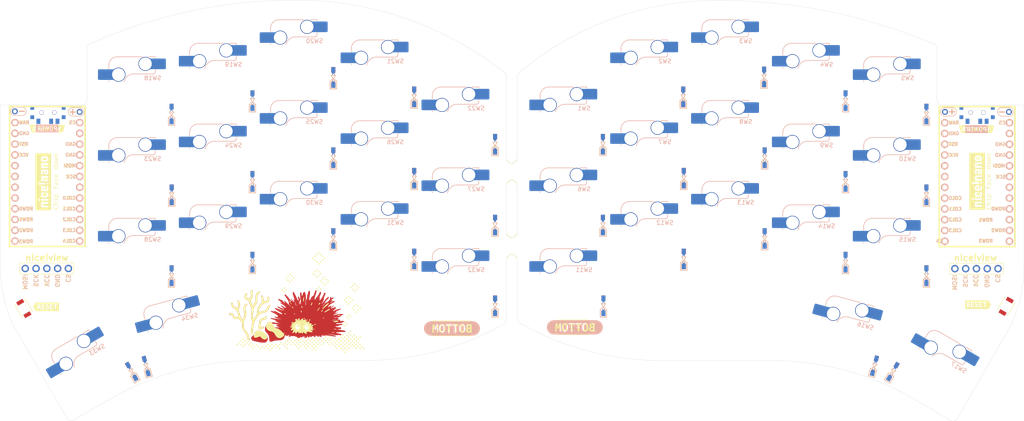
<source format=kicad_pcb>
(kicad_pcb (version 20211014) (generator pcbnew)
  (title_block (title "Urchin on Steroids") (rev "v.1.0"))
  (layers (0 "F.Cu" signal) (31 "B.Cu" signal) (34 "B.Paste" user) (35 "F.Paste" user) (36 "B.SilkS" user "B.Silkscreen") (37 "F.SilkS" user "F.Silkscreen") (38 "B.Mask" user) (39 "F.Mask" user) (44 "Edge.Cuts" user))
  (net 0 "")
  (net 1 "ROW0")
  (net 2 "Net-(D1-Pad2)")
  (net 3 "Net-(D2-Pad2)")
  (net 4 "Net-(D3-Pad2)")
  (net 5 "Net-(D4-Pad2)")
  (net 6 "Net-(D5-Pad2)")
  (net 7 "ROW1")
  (net 8 "Net-(D6-Pad2)")
  (net 9 "Net-(D7-Pad2)")
  (net 10 "Net-(D8-Pad2)")
  (net 11 "Net-(D9-Pad2)")
  (net 12 "Net-(D10-Pad2)")
  (net 13 "ROW2")
  (net 14 "Net-(D11-Pad2)")
  (net 15 "Net-(D12-Pad2)")
  (net 16 "Net-(D13-Pad2)")
  (net 17 "Net-(D14-Pad2)")
  (net 18 "Net-(D15-Pad2)")
  (net 19 "ROW3")
  (net 20 "Net-(D16-Pad2)")
  (net 21 "Net-(D17-Pad2)")
  (net 22 "Net-(D18-Pad2)")
  (net 23 "Net-(D19-Pad2)")
  (net 24 "Net-(D20-Pad2)")
  (net 25 "Net-(D21-Pad2)")
  (net 26 "Net-(D22-Pad2)")
  (net 27 "Net-(D23-Pad2)")
  (net 28 "Net-(D24-Pad2)")
  (net 29 "Net-(D25-Pad2)")
  (net 30 "Net-(D26-Pad2)")
  (net 31 "Net-(D27-Pad2)")
  (net 32 "Net-(D28-Pad2)")
  (net 33 "Net-(D29-Pad2)")
  (net 34 "Net-(D30-Pad2)")
  (net 35 "Net-(D31-Pad2)")
  (net 36 "Net-(D32-Pad2)")
  (net 37 "Net-(D33-Pad2)")
  (net 38 "Net-(D34-Pad2)")
  (net 39 "COL0")
  (net 40 "COL1")
  (net 41 "COL2")
  (net 42 "COL3")
  (net 43 "COL4")
  (net 44 "NVCS")
  (net 46 "GND")
  (net 47 "MOSI")
  (net 48 "SCK")
  (net 53 "+3V3")
  (net 54 "BT+")
  (net 61 "R_MOSI")
  (net 62 "R_SCK")
  (net 63 "R_3V3")
  (net 64 "R_GND")
  (net 65 "R_NVCS")
  (net 66 "R_ROW0")
  (net 67 "R_ROW1")
  (net 68 "R_ROW2")
  (net 69 "R_ROW3")
  (net 70 "R_COL0")
  (net 71 "R_COL1")
  (net 72 "R_COL2")
  (net 73 "R_COL3")
  (net 74 "R_COL4")
  (net 76 "R_BT+")
  (net 78 "RAW")
  (net 80 "R_RAW")
  (net 81 "RESET")
  (net 82 "R_RESET")
  (footprint "* duckyb-collection:SMD_Diode_Tiny" (layer "F.Cu") (at 86.487 69.469 90)
    (fp_text reference "D19" hide)
    (fp_text value "diode" hide)
  )
  (footprint "* duckyb-collection:SMD_Diode_Tiny" (layer "F.Cu") (at 124.587 68.58 90)
    (fp_text reference "D21" hide)
    (fp_text value "diode" hide)
  )
  (footprint "* duckyb-collection:1pin_Battery" (layer "F.Cu") (at 30.5355 72.009)
    (fp_text reference "BatGND1" hide)
    (fp_text value "MountingHole_Pad" hide)
  )
  (footprint "* duckyb-collection:1pin_Battery" (layer "F.Cu") (at 249.6105 72.136)
    (fp_text reference "Bat+0" hide)
    (fp_text value "MountingHole_Pad" hide)
  )
  (footprint "* duckyb-collection:SMD_Diode_Tiny" (layer "F.Cu") (at 124.587 87.757 90)
    (fp_text reference "D26" hide)
    (fp_text value "diode" hide)
  )
  (footprint "LOGO" (layer "F.Cu") (at 96.917169 116.929113)
    (fp_text reference "1-G***" hide)
    (fp_text value "LOGO" hide)
  )
  (footprint "* duckyb-collection:SMD_Diode_Tiny" (layer "F.Cu") (at 58.039 133.35 120)
    (fp_text reference "D33" hide)
    (fp_text value "diode" hide)
  )
  (footprint "* duckyb-collection:SMD_Diode_Tiny" (layer "F.Cu") (at 245.237 91.694 90)
    (fp_text reference "D10" hide)
    (fp_text value "diode" hide)
  )
  (footprint "* duckyb-collection:SMD_Diode_Tiny" (layer "F.Cu") (at 86.487 88.519 90)
    (fp_text reference "D24" hide)
    (fp_text value "diode" hide)
  )
  (footprint "* duckyb-collection:SMD_Diode_Tiny" (layer "F.Cu") (at 67.46875 91.694 90)
    (fp_text reference "D23" hide)
    (fp_text value "diode" hide)
  )
  (footprint "* duckyb-collection:SMD_Diode_Tiny" (layer "F.Cu") (at 67.437 72.644 90)
    (fp_text reference "D18" hide)
    (fp_text value "diode" hide)
  )
  (footprint "* duckyb-collection:nice_view" (layer "F.Cu") (at 257.02817 92.622678)
    (fp_text reference "Display1")
    (fp_text value "nice!view" hide)
  )
  (footprint "* duckyb-collection:SW_RESET" (layer "F.Cu") (at 264.033 117.983 60)
    (fp_text reference "RSW0" hide)
    (fp_text value "SW_Push")
  )
  (footprint "* duckyb-collection:SMD_Diode_Tiny" (layer "F.Cu") (at 169.037 79.756 90)
    (fp_text reference "D1" hide)
    (fp_text value "diode" hide)
  )
  (footprint "* duckyb-collection:SMD_Diode_Tiny" (layer "F.Cu") (at 245.237 72.644 90)
    (fp_text reference "D5" hide)
    (fp_text value "diode" hide)
  )
  (footprint "kibuzzard-63658823" (layer "F.Cu") (at 133.35 123.19)
    (fp_text reference "11-kibuzzard-63658823" hide)
    (fp_text value "G***" hide)
  )
  (footprint "kibuzzard-636588C8" (layer "F.Cu") (at 259.969 88.608113 90)
    (fp_text reference "kibuzzard-636588C8" hide)
    (fp_text value "G***" hide)
  )
  (footprint "* duckyb-collection:SMD_Diode_Tiny" (layer "F.Cu") (at 245.237 110.744 90)
    (fp_text reference "D15" hide)
    (fp_text value "diode" hide)
  )
  (footprint "* duckyb-collection:SMD_Diode_Tiny" (layer "F.Cu") (at 226.187 88.519 90)
    (fp_text reference "D9" hide)
    (fp_text value "diode" hide)
  )
  (footprint "* duckyb-collection:SMD_Diode_Tiny" (layer "F.Cu") (at 105.537 82.931 90)
    (fp_text reference "D25" hide)
    (fp_text value "diode" hide)
  )
  (footprint "* duckyb-collection:SMD_Diode_Tiny" (layer "F.Cu") (at 143.637 79.756 90)
    (fp_text reference "D22" hide)
    (fp_text value "diode" hide)
  )
  (footprint "kibuzzard-63658830" (layer "F.Cu") (at 162.052 122.936)
    (fp_text reference "kibuzzard-63658830" hide)
    (fp_text value "G***" hide)
  )
  (footprint "* duckyb-collection:SMD_Diode_Tiny" (layer "F.Cu") (at 226.187 69.469 90)
    (fp_text reference "D4" hide)
    (fp_text value "diode" hide)
  )
  (footprint "kibuzzard-6365884B" (layer "F.Cu") (at 257.175 88.481113 90)
    (fp_text reference "kibuzzard-6365884B" hide)
    (fp_text value "G***" hide)
  )
  (footprint "* duckyb-collection:SMD_Diode_Tiny" (layer "F.Cu") (at 143.637 98.806 90)
    (fp_text reference "D27" hide)
    (fp_text value "diode" hide)
  )
  (footprint "* duckyb-collection:SMD_Diode_Tiny" (layer "F.Cu") (at 143.637 117.856 90)
    (fp_text reference "D32" hide)
    (fp_text value "diode" hide)
  )
  (footprint "* duckyb-collection:SMD_Diode_Tiny" (layer "F.Cu") (at 237.334329 133.378672 60)
    (fp_text reference "D17" hide)
    (fp_text value "diode" hide)
  )
  (footprint "* duckyb-collection:SMD_Diode_Tiny" (layer "F.Cu") (at 169.164 117.856 90)
    (fp_text reference "D11" hide)
    (fp_text value "diode" hide)
  )
  (footprint "kibuzzard-63659477" (layer "F.Cu") (at 257.429 117.602)
    (fp_text reference "kibuzzard-63659477" hide)
    (fp_text value "G***" hide)
  )
  (footprint "* duckyb-collection:SMD_Diode_Tiny" (layer "F.Cu") (at 86.487 107.569 90)
    (fp_text reference "D29" hide)
    (fp_text value "diode" hide)
  )
  (footprint "* duckyb-collection:SMD_Diode_Tiny" (layer "F.Cu") (at 187.96 68.58 90)
    (fp_text reference "D2" hide)
    (fp_text value "diode" hide)
  )
  (footprint "* duckyb-collection:SMD_Diode_Tiny" (layer "F.Cu") (at 207.137 82.931 90)
    (fp_text reference "D8" hide)
    (fp_text value "diode" hide)
  )
  (footprint "* duckyb-collection:SMD_Diode_Tiny" (layer "F.Cu") (at 232.996903 132.001098 75)
    (fp_text reference "D16" hide)
    (fp_text value "diode" hide)
  )
  (footprint "kibuzzard-636588C8" (layer "F.Cu") (at 40.275169 88.608113 90)
    (fp_text reference "4-kibuzzard-636588C8" hide)
    (fp_text value "G***" hide)
  )
  (footprint "* duckyb-collection:SMD_Diode_Tiny" (layer "F.Cu") (at 61.468 132.08 105)
    (fp_text reference "D34" hide)
    (fp_text value "diode" hide)
  )
  (footprint "kibuzzard-63658865" (layer "F.Cu") (at 37.227169 88.608113 90)
    (fp_text reference "3-kibuzzard-63658865" hide)
    (fp_text value "G***" hide)
  )
  (footprint "* duckyb-collection:SMD_Diode_Tiny" (layer "F.Cu") (at 105.537 64.008 90)
    (fp_text reference "D20" hide)
    (fp_text value "diode" hide)
  )
  (footprint "* duckyb-collection:SMD_Diode_Tiny" (layer "F.Cu") (at 207.01 63.881 90)
    (fp_text reference "D3" hide)
    (fp_text value "diode" hide)
  )
  (footprint "* duckyb-collection:SMD_Diode_Tiny" (layer "F.Cu") (at 226.187 107.569 90)
    (fp_text reference "D14" hide)
    (fp_text value "diode" hide)
  )
  (footprint "* duckyb-collection:SMD_Diode_Tiny" (layer "F.Cu") (at 105.537 101.981 90)
    (fp_text reference "D30" hide)
    (fp_text value "diode" hide)
  )
  (footprint "* duckyb-collection:SMD_Diode_Tiny" (layer "F.Cu") (at 207.137 101.981 90)
    (fp_text reference "D13" hide)
    (fp_text value "diode" hide)
  )
  (footprint "* duckyb-collection:SMD_Diode_Tiny" (layer "F.Cu") (at 188.087 106.807 90)
    (fp_text reference "D12" hide)
    (fp_text value "diode" hide)
  )
  (footprint "* duckyb-collection:SMD_Diode_Tiny" (layer "F.Cu") (at 67.437 110.744 90)
    (fp_text reference "D28" hide)
    (fp_text value "diode" hide)
  )
  (footprint "* duckyb-collection:SMD_Diode_Tiny" (layer "F.Cu") (at 188.087 87.757 90)
    (fp_text reference "D7" hide)
    (fp_text value "diode" hide)
  )
  (footprint "* duckyb-collection:SMD_Diode_Tiny" (layer "F.Cu") (at 124.587 106.807 90)
    (fp_text reference "D31" hide)
    (fp_text value "diode" hide)
  )
  (footprint "kibuzzard-63659296" (layer "F.Cu") (at 257.048 76.2)
    (fp_text reference "kibuzzard-63659296" hide)
    (fp_text value "G***" hide)
  )
  (footprint "* duckyb-collection:nice_view" (layer "F.Cu") (at 38.059665 92.579863)
    (fp_text reference "Display2")
    (fp_text value "nice!view" hide)
  )
  (footprint "kibuzzard-63659465" (layer "F.Cu") (at 37.846 118.11)
    (fp_text reference "13-kibuzzard-63659465" hide)
    (fp_text value "G***" hide)
  )
  (footprint "* duckyb-collection:1pin_Battery" (layer "F.Cu") (at 45.7915 72.136 180)
    (fp_text reference "Bat+1" hide)
    (fp_text value "MountingHole_Pad" hide)
  )
  (footprint "LOGO" (layer "F.Cu") (at 96.917169 116.929113)
    (fp_text reference "logo-3-G***" hide)
    (fp_text value "LOGO" hide)
  )
  (footprint "kibuzzard-636592CC" (layer "F.Cu") (at 38.183391 76.073)
    (fp_text reference "1-kibuzzard-636592CC" hide)
    (fp_text value "G***" hide)
  )
  (footprint "* duckyb-collection:SMD_Diode_Tiny" (layer "F.Cu") (at 169.037 98.806 90)
    (fp_text reference "D6" hide)
    (fp_text value "diode" hide)
  )
  (footprint "Duckyb-Parts:mouse-bite-5mm-slot-with-space-for-track" (layer "F.Cu") (at 147.574 103.759)
    (fp_text reference "1-mouse-bite-2mm-slot" hide)
    (fp_text value "VAL**" hide)
  )
  (footprint "Duckyb-Parts:mouse-bite-5mm-slot-with-space-for-track" (layer "F.Cu") (at 147.574 86.233)
    (fp_text reference "1-mouse-bite-2mm-slot" hide)
    (fp_text value "VAL**" hide)
  )
  (footprint "* duckyb-collection:1pin_Battery" (layer "F.Cu") (at 264.668 72.136 180)
    (fp_text reference "BatGND0" hide)
    (fp_text value "MountingHole_Pad" hide)
  )
  (footprint "* duckyb-collection:SW_RESET" (layer "F.Cu") (at 32.639 118.491 120)
    (fp_text reference "RSW1" hide)
    (fp_text value "SW_Push")
  )
  (footprint "LOGO" (layer "F.Cu") (at 96.926051 116.922732)
    (fp_text reference "3-G***" hide)
    (fp_text value "LOGO" hide)
  )
  (footprint "marbastlib-mx:SW_MX_HS_1u" (layer "B.Cu") (at 160.3375 92.075 180)
    (fp_text reference "SW6")
    (fp_text value "Kailh-Choc" hide)
  )
  (footprint "marbastlib-mx:SW_MX_HS_1u" (layer "B.Cu") (at 77.7875 62.70625 180)
    (fp_text reference "SW19")
    (fp_text value "Kailh-Choc" hide)
  )
  (footprint "marbastlib-mx:SW_MX_HS_1u" (layer "B.Cu") (at 179.3875 100.0125 180)
    (fp_text reference "SW12")
    (fp_text value "Kailh-Choc" hide)
  )
  (footprint "marbastlib-mx:SW_MX_HS_1u" (layer "B.Cu") (at 134.9375 92.071863 180)
    (fp_text reference "SW27")
    (fp_text value "Kailh-Choc" hide)
  )
  (footprint "marbastlib-mx:SW_MX_HS_1u" (layer "B.Cu") (at 96.8375 76.2 180)
    (fp_text reference "SW25")
    (fp_text value "Kailh-Choc" hide)
  )
  (footprint "* duckyb-collection:SPDT_C128955" (layer "B.Cu") (at 38.319369 72.275913 180)
    (fp_text reference "SW_POWER1" hide)
    (fp_text value "SW_SPDT")
  )
  (footprint "kibuzzard-6361375E" (layer "B.Cu") (at 162.433 122.936 180)
    (fp_text reference "kibuzzard-6361375E" hide)
    (fp_text value "G***" hide)
  )
  (footprint "marbastlib-mx:SW_MX_HS_1u" (layer "B.Cu") (at 115.8875 80.9625 180)
    (fp_text reference "SW26")
    (fp_text value "Kailh-Choc" hide)
  )
  (footprint "marbastlib-mx:SW_MX_HS_1u" (layer "B.Cu") (at 236.5375 84.93125 180)
    (fp_text reference "SW10")
    (fp_text value "Kailh-Choc" hide)
  )
  (footprint "marbastlib-mx:SW_MX_HS_1u" (layer "B.Cu") (at 217.487497 100.80625 180)
    (fp_text reference "SW14")
    (fp_text value "Kailh-Choc" hide)
  )
  (footprint "marbastlib-mx:SW_MX_HS_1u" (layer "B.Cu") (at 134.9375 73.025 180)
    (fp_text reference "SW22")
    (fp_text value "Kailh-Choc" hide)
  )
  (footprint "marbastlib-mx:SW_MX_HS_1u" (layer "B.Cu") (at 115.8875 100.0125 180)
    (fp_text reference "SW31")
    (fp_text value "Kailh-Choc" hide)
  )
  (footprint "marbastlib-mx:SW_MX_HS_1u" (layer "B.Cu") (at 134.9375 111.125 180)
    (fp_text reference "SW32")
    (fp_text value "Kailh-Choc" hide)
  )
  (footprint "kibuzzard-6365951E" (layer "B.Cu") (at 257.048 76.2 180)
    (fp_text reference "kibuzzard-6365951E" hide)
    (fp_text value "G***" hide)
  )
  (footprint "marbastlib-mx:SW_MX_HS_1u" (layer "B.Cu") (at 96.8375 57.15 180)
    (fp_text reference "SW20")
    (fp_text value "Kailh-Choc" hide)
  )
  (footprint "marbastlib-mx:SW_MX_HS_1u" (layer "B.Cu") (at 58.7375 84.93125 180)
    (fp_text reference "SW23")
    (fp_text value "Kailh-Choc" hide)
  )
  (footprint "marbastlib-mx:SW_MX_HS_1u" (layer "B.Cu") (at 179.3875 80.9625 180)
    (fp_text reference "SW7")
    (fp_text value "Kailh-Choc" hide)
  )
  (footprint "marbastlib-mx:SW_MX_HS_1u" (layer "B.Cu") (at 248.303 131.826 150)
    (fp_text reference "SW17")
    (fp_text value "Kailh-Choc" hide)
  )
  (footprint "marbastlib-mx:SW_MX_HS_1u" (layer "B.Cu") (at 68.072 123.317 -165)
    (fp_text reference "SW34")
    (fp_text value "Kailh-Choc" hide)
  )
  (footprint "marbastlib-mx:SW_MX_HS_1u" (layer "B.Cu") (at 198.4375 76.2 180)
    (fp_text reference "SW8")
    (fp_text value "Kailh-Choc" hide)
  )
  (footprint "marbastlib-mx:SW_MX_HS_1u" (layer "B.Cu") (at 58.7375 65.88125 180)
    (fp_text reference "SW18")
    (fp_text value "Kailh-Choc" hide)
  )
  (footprint "marbastlib-mx:SW_MX_HS_1u" (layer "B.Cu") (at 198.4375 95.25 180)
    (fp_text reference "SW13")
    (fp_text value "Kailh-Choc" hide)
  )
  (footprint "marbastlib-mx:SW_MX_HS_1u" (layer "B.Cu") (at 236.5375 103.98125 180)
    (fp_text reference "SW15")
    (fp_text value "Kailh-Choc" hide)
  )
  (footprint "kibuzzard-6361375E" (layer "B.Cu") (at 133.477 123.19 180)
    (fp_text reference "12-kibuzzard-6361375E" hide)
    (fp_text value "G***" hide)
  )
  (footprint "* duckyb-collection:nice_nano" (layer "B.Cu") (at 38.183391 88.623499 -90)
    (fp_text reference "U2" hide)
    (fp_text value "nice_nano" hide)
  )
  (footprint "kibuzzard-6365950B" (layer "B.Cu") (at 38.116169 76.035113 180)
    (fp_text reference "2-kibuzzard-6365950B" hide)
    (fp_text value "G***" hide)
  )
  (footprint "marbastlib-mx:SW_MX_HS_1u" (layer "B.Cu") (at 77.7875 100.80625 180)
    (fp_text reference "SW29")
    (fp_text value "Kailh-Choc" hide)
  )
  (footprint "marbastlib-mx:SW_MX_HS_1u" (layer "B.Cu") (at 217.487497 81.75625 180)
    (fp_text reference "SW9")
    (fp_text value "Kailh-Choc" hide)
  )
  (footprint "marbastlib-mx:SW_MX_HS_1u" (layer "B.Cu") (at 236.5375 65.88125 180)
    (fp_text reference "SW5")
    (fp_text value "Kailh-Choc" hide)
  )
  (footprint "marbastlib-mx:SW_MX_HS_1u" (layer "B.Cu") (at 160.3375 111.125 180)
    (fp_text reference "SW11")
    (fp_text value "Kailh-Choc" hide)
  )
  (footprint "marbastlib-mx:SW_MX_HS_1u" (layer "B.Cu") (at 115.8875 61.9125 180)
    (fp_text reference "SW21")
    (fp_text value "Kailh-Choc" hide)
  )
  (footprint "marbastlib-mx:SW_MX_HS_1u" (layer "B.Cu") (at 47.117 131.826 -150)
    (fp_text reference "SW33")
    (fp_text value "Kailh-Choc" hide)
  )
  (footprint "marbastlib-mx:SW_MX_HS_1u" (layer "B.Cu") (at 77.7875 81.75625 180)
    (fp_text reference "SW24")
    (fp_text value "Kailh-Choc" hide)
  )
  (footprint "marbastlib-mx:SW_MX_HS_1u" (layer "B.Cu") (at 217.4875 62.70625 180)
    (fp_text reference "SW4")
    (fp_text value "Kailh-Choc" hide)
  )
  (footprint "marbastlib-mx:SW_MX_HS_1u" (layer "B.Cu") (at 179.3875 61.9125 180)
    (fp_text reference "SW2")
    (fp_text value "Kailh-Choc" hide)
  )
  (footprint "marbastlib-mx:SW_MX_HS_1u" (layer "B.Cu") (at 96.8375 95.25 180)
    (fp_text reference "SW30")
    (fp_text value "Kailh-Choc" hide)
  )
  (footprint "* duckyb-collection:SPDT_C128955" (layer "B.Cu") (at 257.175 72.275913 180)
    (fp_text reference "SW_POWER0" hide)
    (fp_text value "SW_SPDT")
  )
  (footprint "marbastlib-mx:SW_MX_HS_1u" (layer "B.Cu") (at 226.314 123.19 165)
    (fp_text reference "SW16")
    (fp_text value "Kailh-Choc" hide)
  )
  (footprint "marbastlib-mx:SW_MX_HS_1u" (layer "B.Cu") (at 198.4375 57.15 180)
    (fp_text reference "SW3")
    (fp_text value "Kailh-Choc" hide)
  )
  (footprint "marbastlib-mx:SW_MX_HS_1u" (layer "B.Cu") (at 58.7375 103.98125 180)
    (fp_text reference "SW28")
    (fp_text value "Kailh-Choc" hide)
  )
  (footprint "* duckyb-collection:nice_nano" (layer "B.Cu") (at 257.175 88.655345 -90)
    (fp_text reference "U1" hide)
    (fp_text value "nice_nano" hide)
  )
  (footprint "marbastlib-mx:SW_MX_HS_1u" (layer "B.Cu") (at 160.3375 73.025 180)
    (fp_text reference "SW1")
    (fp_text value "Kailh-Choc" hide)
  )
  (gr_arc (start 48.01359 56.201738) (mid 70.663302 48.63172) (end 94.377169 45.809113) (layer "Edge.Cuts") (width 0.05))
  (gr_line (start 148.844 83.693) (end 148.463 83.693) (layer "Edge.Cuts") (width 0.05))
  (gr_line (start 148.844 88.773) (end 148.844 101.219) (layer "Edge.Cuts") (width 0.05))
  (gr_line (start 249.047 70.542191) (end 267.589 70.485) (layer "Edge.Cuts") (width 0.05))
  (gr_line (start 146.304 83.680513) (end 146.685 83.680513) (layer "Edge.Cuts") (width 0.05))
  (gr_line (start 148.860169 106.299) (end 148.463 106.299) (layer "Edge.Cuts") (width 0.05))
  (gr_line (start 148.860169 106.299) (end 148.860169 120.866113) (layer "Edge.Cuts") (width 0.05))
  (gr_line (start 146.304 63.881) (end 146.304 83.680513) (layer "Edge.Cuts") (width 0.05))
  (gr_arc (start 146.320169 120.866113) (mid 146.131261 121.669384) (end 145.558169 122.263113) (layer "Edge.Cuts") (width 0.05))
  (gr_arc (start 145.558169 122.263113) (mid 129.751355 128.625656) (end 112.847803 130.772113) (layer "Edge.Cuts") (width 0.05))
  (gr_arc (start 249.047 70.542191) (mid 248.101986 70.229033) (end 247.65 69.342) (layer "Edge.Cuts") (width 0.05))
  (gr_arc (start 148.463 101.219) (mid 147.574 101.808697) (end 146.685 101.219) (layer "Edge.Cuts") (width 0.05))
  (gr_line (start 146.304 101.219) (end 146.685 101.219) (layer "Edge.Cuts") (width 0.05))
  (gr_arc (start 209.059148 130.772113) (mid 226.154025 133.098935) (end 242.09375 139.7) (layer "Edge.Cuts") (width 0.05))
  (gr_line (start 53.18125 139.7) (end 44.45 144.78) (layer "Edge.Cuts") (width 0.05))
  (gr_line (start 47.573589 56.884499) (end 47.573589 69.469) (layer "Edge.Cuts") (width 0.05))
  (gr_line (start 146.320169 106.299) (end 146.685 106.299) (layer "Edge.Cuts") (width 0.05))
  (gr_arc (start 44.45 144.78) (mid 43.587846 144.96327) (end 42.8625 144.4625) (layer "Edge.Cuts") (width 0.05))
  (gr_arc (start 94.377169 45.809113) (mid 121.522294 49.731191) (end 145.669 62.738) (layer "Edge.Cuts") (width 0.05))
  (gr_arc (start 148.844 63.881) (mid 149.013525 63.227292) (end 149.479 62.738) (layer "Edge.Cuts") (width 0.05))
  (gr_arc (start 183.053352 130.772113) (mid 165.986032 128.633745) (end 150.01875 122.2375) (layer "Edge.Cuts") (width 0.05))
  (gr_line (start 30.115169 122.390113) (end 42.8625 144.4625) (layer "Edge.Cuts") (width 0.05))
  (gr_arc (start 53.18125 139.7) (mid 69.434053 133.058427) (end 86.842007 130.772113) (layer "Edge.Cuts") (width 0.05))
  (gr_arc (start 268.224127 108.204) (mid 267.463727 115.479649) (end 265.176 122.428) (layer "Edge.Cuts") (width 0.05))
  (gr_line (start 146.304 88.773) (end 146.304 101.219) (layer "Edge.Cuts") (width 0.05))
  (gr_arc (start 247.202529 56.238357) (mid 247.519093 56.504023) (end 247.65 56.896) (layer "Edge.Cuts") (width 0.05))
  (gr_arc (start 145.669 62.738) (mid 146.134475 63.227292) (end 146.304 63.881) (layer "Edge.Cuts") (width 0.05))
  (gr_arc (start 30.115169 122.390113) (mid 27.83078 115.472253) (end 27.067169 108.227109) (layer "Edge.Cuts") (width 0.05))
  (gr_line (start 146.304 88.773) (end 146.685 88.773) (layer "Edge.Cuts") (width 0.05))
  (gr_line (start 27.067169 108.227109) (end 27.051 70.866) (layer "Edge.Cuts") (width 0.05))
  (gr_line (start 148.844 101.219) (end 148.463 101.219) (layer "Edge.Cuts") (width 0.05))
  (gr_line (start 148.844 63.881) (end 148.844 83.693) (layer "Edge.Cuts") (width 0.05))
  (gr_arc (start 47.573589 56.884499) (mid 47.693177 56.478417) (end 48.01359 56.201738) (layer "Edge.Cuts") (width 0.05))
  (gr_arc (start 149.479 62.738) (mid 171.224146 50.176089) (end 195.961 45.847) (layer "Edge.Cuts") (width 0.05))
  (gr_line (start 250.698 144.78) (end 242.09375 139.7) (layer "Edge.Cuts") (width 0.05))
  (gr_line (start 252.431036 144.572711) (end 265.176 122.428) (layer "Edge.Cuts") (width 0.05))
  (gr_arc (start 146.685 106.299) (mid 147.574 105.705003) (end 148.463 106.299) (layer "Edge.Cuts") (width 0.05))
  (gr_line (start 112.847803 130.772113) (end 86.842007 130.772113) (layer "Edge.Cuts") (width 0.05))
  (gr_line (start 27.432 70.485) (end 46.228 70.485) (layer "Edge.Cuts") (width 0.05))
  (gr_line (start 209.059148 130.772113) (end 183.053352 130.772113) (layer "Edge.Cuts") (width 0.05))
  (gr_arc (start 195.961 45.847) (mid 222.113777 48.419233) (end 247.202529 56.238357) (layer "Edge.Cuts") (width 0.05))
  (gr_arc (start 252.431036 144.572711) (mid 251.609177 145.04973) (end 250.698 144.78) (layer "Edge.Cuts") (width 0.05))
  (gr_line (start 268.223874 70.993) (end 268.224127 108.204) (layer "Edge.Cuts") (width 0.05))
  (gr_arc (start 267.589 70.485) (mid 268.011647 70.607513) (end 268.223874 70.993) (layer "Edge.Cuts") (width 0.05))
  (gr_arc (start 146.685 88.773) (mid 147.574 88.184548) (end 148.463 88.773) (layer "Edge.Cuts") (width 0.05))
  (gr_line (start 146.320169 120.866113) (end 146.320169 106.299) (layer "Edge.Cuts") (width 0.05))
  (gr_arc (start 27.051 70.866) (mid 27.162592 70.596592) (end 27.432 70.485) (layer "Edge.Cuts") (width 0.05))
  (gr_arc (start 148.463 83.693) (mid 147.569848 84.277833) (end 146.685 83.680513) (layer "Edge.Cuts") (width 0.05))
  (gr_arc (start 47.573589 69.469) (mid 47.109483 70.253367) (end 46.228 70.485) (layer "Edge.Cuts") (width 0.05))
  (gr_arc (start 150.01875 122.2375) (mid 149.250894 121.711111) (end 148.860169 120.866113) (layer "Edge.Cuts") (width 0.05))
  (gr_line (start 148.844 88.773) (end 148.463 88.773) (layer "Edge.Cuts") (width 0.05))
  (gr_line (start 247.65 69.342) (end 247.65 56.896) (layer "Edge.Cuts") (width 0.05))
  (gr_text "VCC" (at 256.794 110.402678 -90) (layer "B.SilkS") (effects (font (size 1 1)) (justify right mirror)))
  (gr_text "ROW3" (at 259.221095 102.573989) (layer "B.SilkS") (effects (font (size 0.8 0.8)) (justify mirror)))
  (gr_text "MOSI" (at 32.909169 110.325113 -90) (layer "B.SilkS") (effects (font (size 1 1)) (justify right mirror)))
  (gr_text "VCC" (at 38.059665 110.359863 -90) (layer "B.SilkS") (effects (font (size 1 1)) (justify right mirror)))
  (gr_text "COL4" (at 249.063169 102.578113) (layer "B.SilkS") (effects (font (size 0.8 0.8)) (justify mirror)))
  (gr_text "COL2" (at 43.323169 97.498113) (layer "B.SilkS") (effects (font (size 0.8 0.8)) (justify mirror)))
  (gr_text "CS" (at 43.069169 110.325113 -90) (layer "B.SilkS") (effects (font (size 1 1)) (justify right mirror)))
  (gr_text "GND" (at 259.461 110.452113 -90) (layer "B.SilkS") (effects (font (size 1 1)) (justify right mirror)))
  (gr_text "SCK" (at 254.381 110.452113 -90) (layer "B.SilkS") (effects (font (size 1 1)) (justify right mirror)))
  (gr_text "GND" (at 40.529169 110.325113 -90) (layer "B.SilkS") (effects (font (size 1 1)) (justify right mirror)))
  (gr_text "MOSI" (at 251.841 110.452113 -90) (layer "B.SilkS") (effects (font (size 1 1)) (justify right mirror)))
  (gr_text "CS" (at 262.001 110.325113 -90) (layer "B.SilkS") (effects (font (size 1 1)) (justify right mirror)))
  (gr_text "SCK" (at 35.449169 110.325113 -90) (layer "B.SilkS") (effects (font (size 1 1)) (justify right mirror)))
  (gr_text "ROW1" (at 259.223169 97.625113) (layer "B.SilkS") (effects (font (size 0.8 0.8)) (justify mirror)))
  (gr_text "ROW3" (at 33.163169 102.705113) (layer "B.SilkS") (effects (font (size 0.8 0.8)) (justify mirror)))
  (gr_text "COL4" (at 43.323169 102.578113) (layer "B.SilkS") (effects (font (size 0.8 0.8)) (justify mirror)))
  (gr_text "ROW3" (at 259.223169 102.578113) (layer "F.SilkS") (effects (font (size 0.8 0.8))))
  (gr_text "COL4" (at 43.323169 102.578113) (layer "F.SilkS") (effects (font (size 0.8 0.8))))
  (gr_text "COL4" (at 249.063169 102.578113) (layer "F.SilkS") (effects (font (size 0.8 0.8))))
  (gr_text "nice!view" (at 38.065369 106.515113) (layer "F.SilkS") (effects (font (size 1.5 1.5) (thickness 0.3))))
  (gr_text "ROW3" (at 33.163169 102.705113) (layer "F.SilkS") (effects (font (size 0.8 0.8))))
  (gr_text "nice!view" (at 256.794 106.565913) (layer "F.SilkS") (effects (font (size 1.5 1.5) (thickness 0.3))))
  (gr_text "ROW1" (at 259.223169 97.625113) (layer "F.SilkS") (effects (font (size 0.8 0.8))))
  (gr_text "COL2" (at 43.323169 97.498113) (layer "F.SilkS") (effects (font (size 0.8 0.8))))
)
</source>
